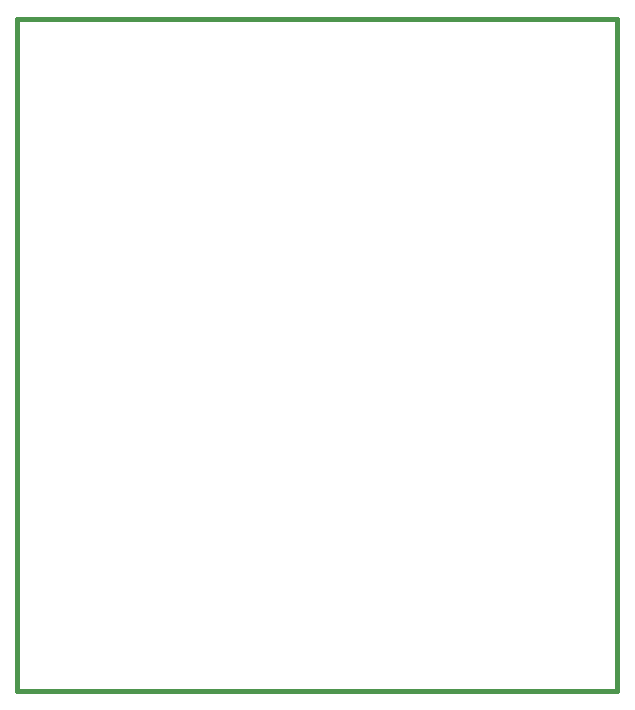
<source format=gbr>
G04 (created by PCBNEW-RS274X (2012-jan-04)-stable) date Mon 13 Aug 2012 10:18:50 PM CEST*
G01*
G70*
G90*
%MOIN*%
G04 Gerber Fmt 3.4, Leading zero omitted, Abs format*
%FSLAX34Y34*%
G04 APERTURE LIST*
%ADD10C,0.006000*%
%ADD11C,0.015000*%
G04 APERTURE END LIST*
G54D10*
G54D11*
X53500Y-50400D02*
X53500Y-28000D01*
X73500Y-28000D02*
X73500Y-50400D01*
X62500Y-28000D02*
X53500Y-28000D01*
X73500Y-50400D02*
X53500Y-50400D01*
X62500Y-28000D02*
X73500Y-28000D01*
M02*

</source>
